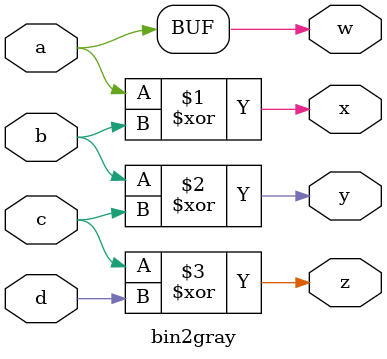
<source format=sv>
module bin2gray(
	input logic a,b,c,d,
	output logic w,x,y,z
);

assign w = a;
assign x = a ^ b;
assign y = b ^ c;
assign z = c ^ d;

endmodule

</source>
